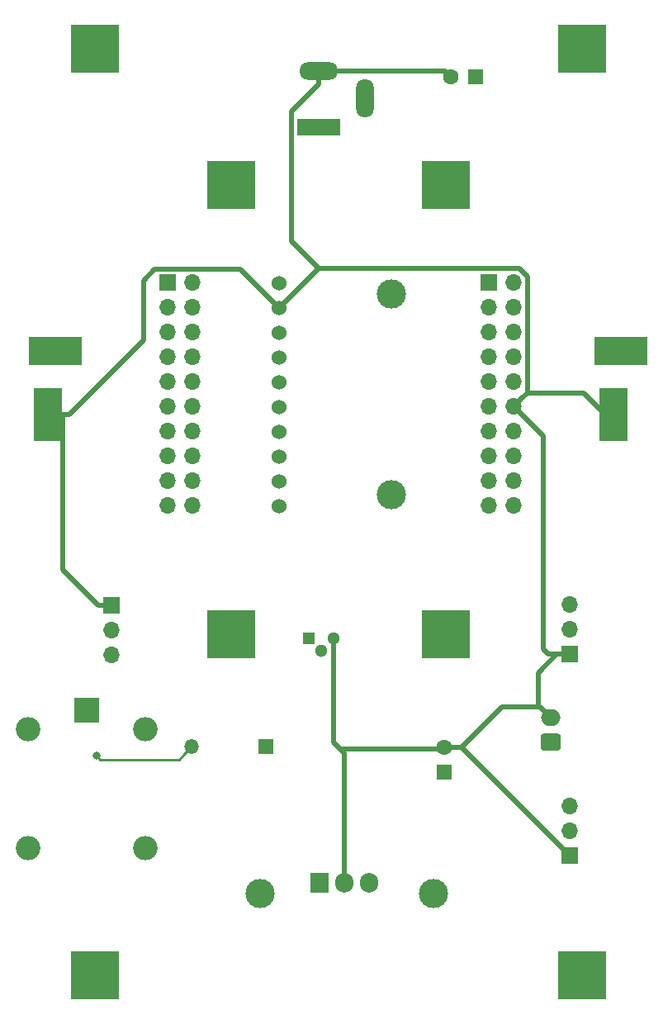
<source format=gtl>
G04 #@! TF.GenerationSoftware,KiCad,Pcbnew,5.0.2-bee76a0~70~ubuntu16.04.1*
G04 #@! TF.CreationDate,2021-05-24T08:37:10+02:00*
G04 #@! TF.ProjectId,axis2,61786973-322e-46b6-9963-61645f706362,1.0*
G04 #@! TF.SameCoordinates,Original*
G04 #@! TF.FileFunction,Copper,L1,Top*
G04 #@! TF.FilePolarity,Positive*
%FSLAX46Y46*%
G04 Gerber Fmt 4.6, Leading zero omitted, Abs format (unit mm)*
G04 Created by KiCad (PCBNEW 5.0.2-bee76a0~70~ubuntu16.04.1) date lun 24 mag 2021 08:37:10 CEST*
%MOMM*%
%LPD*%
G01*
G04 APERTURE LIST*
G04 #@! TA.AperFunction,ComponentPad*
%ADD10R,5.500000X3.000000*%
G04 #@! TD*
G04 #@! TA.AperFunction,ComponentPad*
%ADD11R,3.000000X5.500000*%
G04 #@! TD*
G04 #@! TA.AperFunction,ComponentPad*
%ADD12C,3.000000*%
G04 #@! TD*
G04 #@! TA.AperFunction,ComponentPad*
%ADD13C,1.524000*%
G04 #@! TD*
G04 #@! TA.AperFunction,ComponentPad*
%ADD14R,4.400000X1.800000*%
G04 #@! TD*
G04 #@! TA.AperFunction,ComponentPad*
%ADD15O,4.000000X1.800000*%
G04 #@! TD*
G04 #@! TA.AperFunction,ComponentPad*
%ADD16O,1.800000X4.000000*%
G04 #@! TD*
G04 #@! TA.AperFunction,ComponentPad*
%ADD17R,1.700000X1.700000*%
G04 #@! TD*
G04 #@! TA.AperFunction,ComponentPad*
%ADD18O,1.700000X1.700000*%
G04 #@! TD*
G04 #@! TA.AperFunction,ComponentPad*
%ADD19R,1.905000X2.000000*%
G04 #@! TD*
G04 #@! TA.AperFunction,ComponentPad*
%ADD20O,1.905000X2.000000*%
G04 #@! TD*
G04 #@! TA.AperFunction,ComponentPad*
%ADD21C,1.600000*%
G04 #@! TD*
G04 #@! TA.AperFunction,ComponentPad*
%ADD22R,1.600000X1.600000*%
G04 #@! TD*
G04 #@! TA.AperFunction,Conductor*
%ADD23C,0.100000*%
G04 #@! TD*
G04 #@! TA.AperFunction,ComponentPad*
%ADD24C,1.700000*%
G04 #@! TD*
G04 #@! TA.AperFunction,ComponentPad*
%ADD25O,2.000000X1.700000*%
G04 #@! TD*
G04 #@! TA.AperFunction,ComponentPad*
%ADD26R,5.000000X5.000000*%
G04 #@! TD*
G04 #@! TA.AperFunction,ComponentPad*
%ADD27R,1.500000X1.500000*%
G04 #@! TD*
G04 #@! TA.AperFunction,ComponentPad*
%ADD28O,1.500000X1.500000*%
G04 #@! TD*
G04 #@! TA.AperFunction,ComponentPad*
%ADD29R,2.500000X2.500000*%
G04 #@! TD*
G04 #@! TA.AperFunction,ComponentPad*
%ADD30O,2.500000X2.500000*%
G04 #@! TD*
G04 #@! TA.AperFunction,ComponentPad*
%ADD31C,1.300000*%
G04 #@! TD*
G04 #@! TA.AperFunction,ComponentPad*
%ADD32R,1.300000X1.300000*%
G04 #@! TD*
G04 #@! TA.AperFunction,ViaPad*
%ADD33C,0.800000*%
G04 #@! TD*
G04 #@! TA.AperFunction,Conductor*
%ADD34C,0.500000*%
G04 #@! TD*
G04 #@! TA.AperFunction,Conductor*
%ADD35C,0.250000*%
G04 #@! TD*
G04 APERTURE END LIST*
D10*
G04 #@! TO.P,J6,1*
G04 #@! TO.N,+12VM*
X142480000Y-88865000D03*
D11*
G04 #@! TO.P,J6,2*
G04 #@! TO.N,GND*
X141700000Y-95410000D03*
G04 #@! TD*
D10*
G04 #@! TO.P,J5,1*
G04 #@! TO.N,+12VM*
X84480000Y-88865000D03*
D11*
G04 #@! TO.P,J5,2*
G04 #@! TO.N,GND*
X83700000Y-95410000D03*
G04 #@! TD*
D12*
G04 #@! TO.P,U1,12*
G04 #@! TO.N,N/C*
X118930000Y-103640000D03*
G04 #@! TO.P,U1,11*
X118930000Y-83040000D03*
D13*
G04 #@! TO.P,U1,10*
G04 #@! TO.N,Net-(U1-Pad10)*
X107430000Y-104800000D03*
G04 #@! TO.P,U1,9*
G04 #@! TO.N,NCS*
X107430000Y-102260000D03*
G04 #@! TO.P,U1,8*
G04 #@! TO.N,INT*
X107430000Y-99720000D03*
G04 #@! TO.P,U1,7*
G04 #@! TO.N,MISO*
X107430000Y-97180000D03*
G04 #@! TO.P,U1,6*
G04 #@! TO.N,Net-(U1-Pad6)*
X107430000Y-94640000D03*
G04 #@! TO.P,U1,5*
G04 #@! TO.N,Net-(U1-Pad5)*
X107430000Y-92100000D03*
G04 #@! TO.P,U1,4*
G04 #@! TO.N,MOSI*
X107430000Y-89560000D03*
G04 #@! TO.P,U1,3*
G04 #@! TO.N,SCL*
X107430000Y-87020000D03*
G04 #@! TO.P,U1,2*
G04 #@! TO.N,GND*
X107430000Y-84480000D03*
G04 #@! TO.P,U1,1*
G04 #@! TO.N,+3V3*
X107430000Y-81940000D03*
G04 #@! TD*
D14*
G04 #@! TO.P,J4,1*
G04 #@! TO.N,+12V*
X111480000Y-65990000D03*
D15*
G04 #@! TO.P,J4,2*
G04 #@! TO.N,GND*
X111480000Y-60190000D03*
D16*
G04 #@! TO.P,J4,3*
G04 #@! TO.N,N/C*
X116280000Y-62990000D03*
G04 #@! TD*
D17*
G04 #@! TO.P,J1,1*
G04 #@! TO.N,+3V3*
X95980000Y-81920000D03*
D18*
G04 #@! TO.P,J1,2*
G04 #@! TO.N,Net-(J1-Pad2)*
X98520000Y-81920000D03*
G04 #@! TO.P,J1,3*
G04 #@! TO.N,Net-(J1-Pad3)*
X95980000Y-84460000D03*
G04 #@! TO.P,J1,4*
G04 #@! TO.N,Net-(J1-Pad4)*
X98520000Y-84460000D03*
G04 #@! TO.P,J1,5*
G04 #@! TO.N,Net-(J1-Pad5)*
X95980000Y-87000000D03*
G04 #@! TO.P,J1,6*
G04 #@! TO.N,Net-(J1-Pad6)*
X98520000Y-87000000D03*
G04 #@! TO.P,J1,7*
G04 #@! TO.N,GPIO32*
X95980000Y-89540000D03*
G04 #@! TO.P,J1,8*
G04 #@! TO.N,Net-(J1-Pad8)*
X98520000Y-89540000D03*
G04 #@! TO.P,J1,9*
G04 #@! TO.N,Net-(J1-Pad9)*
X95980000Y-92080000D03*
G04 #@! TO.P,J1,10*
G04 #@! TO.N,Net-(J1-Pad10)*
X98520000Y-92080000D03*
G04 #@! TO.P,J1,11*
G04 #@! TO.N,Net-(J1-Pad11)*
X95980000Y-94620000D03*
G04 #@! TO.P,J1,12*
G04 #@! TO.N,Net-(J1-Pad12)*
X98520000Y-94620000D03*
G04 #@! TO.P,J1,13*
G04 #@! TO.N,MISO*
X95980000Y-97160000D03*
G04 #@! TO.P,J1,14*
G04 #@! TO.N,SCL*
X98520000Y-97160000D03*
G04 #@! TO.P,J1,15*
G04 #@! TO.N,MOSI*
X95980000Y-99700000D03*
G04 #@! TO.P,J1,16*
G04 #@! TO.N,Net-(J1-Pad16)*
X98520000Y-99700000D03*
G04 #@! TO.P,J1,17*
G04 #@! TO.N,Net-(J1-Pad17)*
X95980000Y-102240000D03*
G04 #@! TO.P,J1,18*
G04 #@! TO.N,Net-(J1-Pad18)*
X98520000Y-102240000D03*
G04 #@! TO.P,J1,19*
G04 #@! TO.N,Net-(J1-Pad19)*
X95980000Y-104780000D03*
G04 #@! TO.P,J1,20*
G04 #@! TO.N,Net-(J1-Pad20)*
X98520000Y-104780000D03*
G04 #@! TD*
G04 #@! TO.P,J2,20*
G04 #@! TO.N,Net-(J2-Pad20)*
X131520000Y-104780000D03*
G04 #@! TO.P,J2,19*
G04 #@! TO.N,Net-(J2-Pad19)*
X128980000Y-104780000D03*
G04 #@! TO.P,J2,18*
G04 #@! TO.N,Net-(J2-Pad18)*
X131520000Y-102240000D03*
G04 #@! TO.P,J2,17*
G04 #@! TO.N,Net-(J2-Pad17)*
X128980000Y-102240000D03*
G04 #@! TO.P,J2,16*
G04 #@! TO.N,NCS*
X131520000Y-99700000D03*
G04 #@! TO.P,J2,15*
G04 #@! TO.N,INT*
X128980000Y-99700000D03*
G04 #@! TO.P,J2,14*
G04 #@! TO.N,Net-(J2-Pad14)*
X131520000Y-97160000D03*
G04 #@! TO.P,J2,13*
G04 #@! TO.N,Net-(J2-Pad13)*
X128980000Y-97160000D03*
G04 #@! TO.P,J2,12*
G04 #@! TO.N,GND*
X131520000Y-94620000D03*
G04 #@! TO.P,J2,11*
G04 #@! TO.N,Net-(J2-Pad11)*
X128980000Y-94620000D03*
G04 #@! TO.P,J2,10*
G04 #@! TO.N,Net-(J2-Pad10)*
X131520000Y-92080000D03*
G04 #@! TO.P,J2,9*
G04 #@! TO.N,M2S*
X128980000Y-92080000D03*
G04 #@! TO.P,J2,8*
G04 #@! TO.N,M1S*
X131520000Y-89540000D03*
G04 #@! TO.P,J2,7*
G04 #@! TO.N,Net-(J2-Pad7)*
X128980000Y-89540000D03*
G04 #@! TO.P,J2,6*
G04 #@! TO.N,Net-(J2-Pad6)*
X131520000Y-87000000D03*
G04 #@! TO.P,J2,5*
G04 #@! TO.N,Net-(J2-Pad5)*
X128980000Y-87000000D03*
G04 #@! TO.P,J2,4*
G04 #@! TO.N,Net-(J2-Pad4)*
X131520000Y-84460000D03*
G04 #@! TO.P,J2,3*
G04 #@! TO.N,Net-(J2-Pad3)*
X128980000Y-84460000D03*
G04 #@! TO.P,J2,2*
G04 #@! TO.N,RCS*
X131520000Y-81920000D03*
D17*
G04 #@! TO.P,J2,1*
G04 #@! TO.N,Net-(J2-Pad1)*
X128980000Y-81920000D03*
G04 #@! TD*
D19*
G04 #@! TO.P,U2,1*
G04 #@! TO.N,+12V*
X111590000Y-143410000D03*
D20*
G04 #@! TO.P,U2,2*
G04 #@! TO.N,GND*
X114130000Y-143410000D03*
G04 #@! TO.P,U2,3*
G04 #@! TO.N,+5V*
X116670000Y-143410000D03*
G04 #@! TD*
D21*
G04 #@! TO.P,C2,2*
G04 #@! TO.N,GND*
X124420000Y-129560000D03*
D22*
G04 #@! TO.P,C2,1*
G04 #@! TO.N,+5V*
X124420000Y-132060000D03*
G04 #@! TD*
G04 #@! TO.P,C1,1*
G04 #@! TO.N,+12V*
X127590000Y-60810000D03*
D21*
G04 #@! TO.P,C1,2*
G04 #@! TO.N,GND*
X125090000Y-60810000D03*
G04 #@! TD*
D17*
G04 #@! TO.P,J7,1*
G04 #@! TO.N,GND*
X90280000Y-114990000D03*
D18*
G04 #@! TO.P,J7,2*
G04 #@! TO.N,Net-(J7-Pad2)*
X90280000Y-117530000D03*
G04 #@! TO.P,J7,3*
G04 #@! TO.N,M1S*
X90280000Y-120070000D03*
G04 #@! TD*
G04 #@! TO.P,J8,3*
G04 #@! TO.N,M2S*
X137280000Y-114910000D03*
G04 #@! TO.P,J8,2*
G04 #@! TO.N,Net-(J8-Pad2)*
X137280000Y-117450000D03*
D17*
G04 #@! TO.P,J8,1*
G04 #@! TO.N,GND*
X137280000Y-119990000D03*
G04 #@! TD*
D23*
G04 #@! TO.N,+5V*
G04 #@! TO.C,J3*
G36*
X136074504Y-128151204D02*
X136098773Y-128154804D01*
X136122571Y-128160765D01*
X136145671Y-128169030D01*
X136167849Y-128179520D01*
X136188893Y-128192133D01*
X136208598Y-128206747D01*
X136226777Y-128223223D01*
X136243253Y-128241402D01*
X136257867Y-128261107D01*
X136270480Y-128282151D01*
X136280970Y-128304329D01*
X136289235Y-128327429D01*
X136295196Y-128351227D01*
X136298796Y-128375496D01*
X136300000Y-128400000D01*
X136300000Y-129600000D01*
X136298796Y-129624504D01*
X136295196Y-129648773D01*
X136289235Y-129672571D01*
X136280970Y-129695671D01*
X136270480Y-129717849D01*
X136257867Y-129738893D01*
X136243253Y-129758598D01*
X136226777Y-129776777D01*
X136208598Y-129793253D01*
X136188893Y-129807867D01*
X136167849Y-129820480D01*
X136145671Y-129830970D01*
X136122571Y-129839235D01*
X136098773Y-129845196D01*
X136074504Y-129848796D01*
X136050000Y-129850000D01*
X134550000Y-129850000D01*
X134525496Y-129848796D01*
X134501227Y-129845196D01*
X134477429Y-129839235D01*
X134454329Y-129830970D01*
X134432151Y-129820480D01*
X134411107Y-129807867D01*
X134391402Y-129793253D01*
X134373223Y-129776777D01*
X134356747Y-129758598D01*
X134342133Y-129738893D01*
X134329520Y-129717849D01*
X134319030Y-129695671D01*
X134310765Y-129672571D01*
X134304804Y-129648773D01*
X134301204Y-129624504D01*
X134300000Y-129600000D01*
X134300000Y-128400000D01*
X134301204Y-128375496D01*
X134304804Y-128351227D01*
X134310765Y-128327429D01*
X134319030Y-128304329D01*
X134329520Y-128282151D01*
X134342133Y-128261107D01*
X134356747Y-128241402D01*
X134373223Y-128223223D01*
X134391402Y-128206747D01*
X134411107Y-128192133D01*
X134432151Y-128179520D01*
X134454329Y-128169030D01*
X134477429Y-128160765D01*
X134501227Y-128154804D01*
X134525496Y-128151204D01*
X134550000Y-128150000D01*
X136050000Y-128150000D01*
X136074504Y-128151204D01*
X136074504Y-128151204D01*
G37*
D24*
G04 #@! TD*
G04 #@! TO.P,J3,1*
G04 #@! TO.N,+5V*
X135300000Y-129000000D03*
D25*
G04 #@! TO.P,J3,2*
G04 #@! TO.N,GND*
X135300000Y-126500000D03*
G04 #@! TD*
D17*
G04 #@! TO.P,J9,1*
G04 #@! TO.N,GND*
X137280000Y-140670148D03*
D18*
G04 #@! TO.P,J9,2*
G04 #@! TO.N,+5V*
X137280000Y-138130148D03*
G04 #@! TO.P,J9,3*
G04 #@! TO.N,RCS*
X137280000Y-135590148D03*
G04 #@! TD*
D26*
G04 #@! TO.P,U3,1*
G04 #@! TO.N,N/C*
X102540000Y-71910000D03*
G04 #@! TO.P,U3,2*
X124540000Y-71910000D03*
G04 #@! TO.P,U3,3*
X102540000Y-117910000D03*
G04 #@! TO.P,U3,4*
X124540000Y-117910000D03*
G04 #@! TO.P,U3,5*
X138540000Y-57910000D03*
G04 #@! TO.P,U3,6*
X88540000Y-57910000D03*
G04 #@! TO.P,U3,7*
X138540000Y-152910000D03*
G04 #@! TO.P,U3,8*
X88540000Y-152910000D03*
G04 #@! TD*
D27*
G04 #@! TO.P,D1,1*
G04 #@! TO.N,+3V3*
X106100000Y-129500000D03*
D28*
G04 #@! TO.P,D1,2*
G04 #@! TO.N,Net-(D1-Pad2)*
X98480000Y-129500000D03*
G04 #@! TD*
D12*
G04 #@! TO.P,HS1,1*
G04 #@! TO.N,Net-(HS1-Pad1)*
X105500000Y-144500000D03*
G04 #@! TO.P,HS1,2*
G04 #@! TO.N,Net-(HS1-Pad2)*
X123300000Y-144500000D03*
G04 #@! TD*
D29*
G04 #@! TO.P,RLY1,1*
G04 #@! TO.N,+12V*
X87700000Y-125700000D03*
D30*
G04 #@! TO.P,RLY1,2*
G04 #@! TO.N,+3V3*
X93700000Y-127700000D03*
G04 #@! TO.P,RLY1,3*
G04 #@! TO.N,+12VM*
X93700000Y-139900000D03*
G04 #@! TO.P,RLY1,4*
G04 #@! TO.N,Net-(RLY1-Pad4)*
X81700000Y-139900000D03*
G04 #@! TO.P,RLY1,5*
G04 #@! TO.N,Net-(D1-Pad2)*
X81700000Y-127700000D03*
G04 #@! TD*
D31*
G04 #@! TO.P,Q1,2*
G04 #@! TO.N,GPIO32*
X111770000Y-119670000D03*
G04 #@! TO.P,Q1,3*
G04 #@! TO.N,GND*
X113040000Y-118400000D03*
D32*
G04 #@! TO.P,Q1,1*
G04 #@! TO.N,Net-(D1-Pad2)*
X110500000Y-118400000D03*
G04 #@! TD*
D33*
G04 #@! TO.N,Net-(D1-Pad2)*
X88700000Y-130400000D03*
G04 #@! TD*
D34*
G04 #@! TO.N,GND*
X111480000Y-80430000D02*
X107430000Y-84480000D01*
X132920001Y-93219999D02*
X132369999Y-93770001D01*
X132369999Y-93770001D02*
X131520000Y-94620000D01*
X132920001Y-81247999D02*
X132920001Y-93219999D01*
X132102002Y-80430000D02*
X132920001Y-81247999D01*
X111480000Y-80430000D02*
X132102002Y-80430000D01*
X94689999Y-80519999D02*
X93520000Y-81689998D01*
X103469999Y-80519999D02*
X94689999Y-80519999D01*
X107430000Y-84480000D02*
X103469999Y-80519999D01*
X85919700Y-95412400D02*
X84419700Y-95412400D01*
X93520000Y-87812100D02*
X85919700Y-95412400D01*
X93520000Y-81689998D02*
X93520000Y-87812100D01*
X114130000Y-130110000D02*
X113700000Y-129680000D01*
X114130000Y-143410000D02*
X114130000Y-130110000D01*
X124300000Y-129680000D02*
X124420000Y-129560000D01*
X113700000Y-129680000D02*
X124300000Y-129680000D01*
X126169852Y-129560000D02*
X137280000Y-140670148D01*
X124420000Y-129560000D02*
X126169852Y-129560000D01*
X138727299Y-93219999D02*
X132920001Y-93219999D01*
X140919700Y-95412400D02*
X138727299Y-93219999D01*
X142419700Y-95412400D02*
X140919700Y-95412400D01*
X134500000Y-97600000D02*
X134500000Y-119480000D01*
X131520000Y-94620000D02*
X134500000Y-97600000D01*
X108729999Y-77679999D02*
X111480000Y-80430000D01*
X111480000Y-61590000D02*
X108729999Y-64340001D01*
X108729999Y-64340001D02*
X108729999Y-77679999D01*
X111480000Y-60190000D02*
X111480000Y-61590000D01*
X124470000Y-60190000D02*
X125090000Y-60810000D01*
X111480000Y-60190000D02*
X124470000Y-60190000D01*
X88930000Y-114990000D02*
X90280000Y-114990000D01*
X85255000Y-111315000D02*
X88930000Y-114990000D01*
X85255000Y-95412400D02*
X85255000Y-111315000D01*
X135010000Y-119990000D02*
X137280000Y-119990000D01*
X134500000Y-119480000D02*
X135010000Y-119990000D01*
X113040000Y-129020000D02*
X113700000Y-129680000D01*
X113040000Y-118400000D02*
X113040000Y-129020000D01*
X130329852Y-125400000D02*
X134000000Y-125400000D01*
X126169852Y-129560000D02*
X130329852Y-125400000D01*
X135930000Y-119990000D02*
X137280000Y-119990000D01*
X134000000Y-121920000D02*
X135930000Y-119990000D01*
X134000000Y-125400000D02*
X134000000Y-121920000D01*
X134200000Y-125400000D02*
X135300000Y-126500000D01*
X134000000Y-125400000D02*
X134200000Y-125400000D01*
D35*
G04 #@! TO.N,Net-(D1-Pad2)*
X97730001Y-130249999D02*
X98480000Y-129500000D01*
X89099999Y-130799999D02*
X97180001Y-130799999D01*
X97180001Y-130799999D02*
X97730001Y-130249999D01*
X88700000Y-130400000D02*
X89099999Y-130799999D01*
G04 #@! TD*
M02*

</source>
